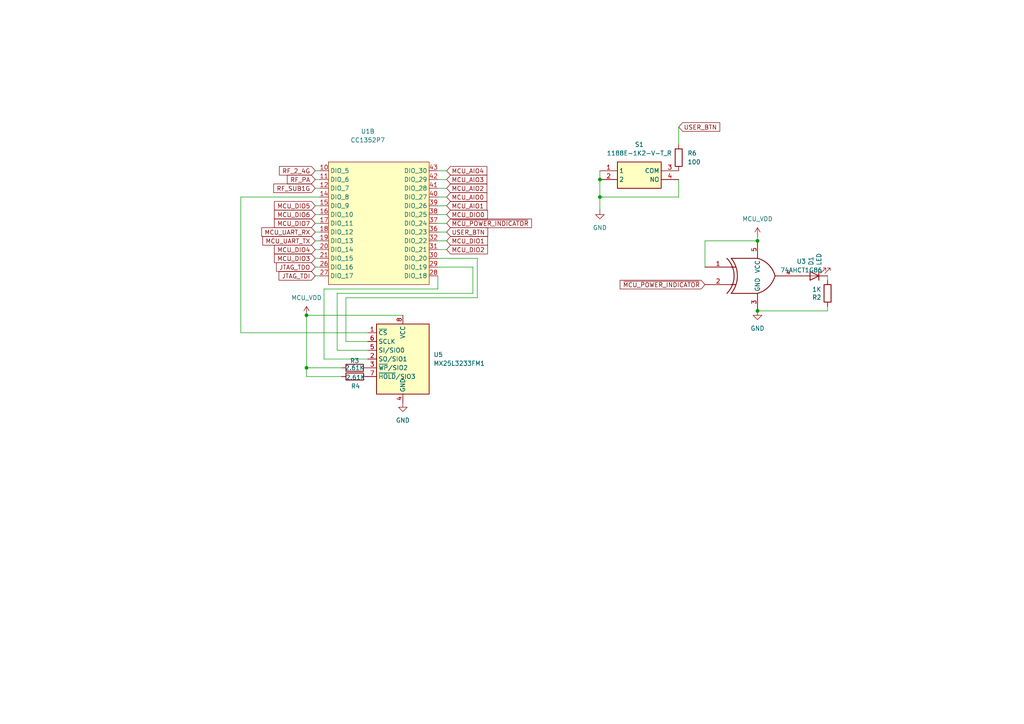
<source format=kicad_sch>
(kicad_sch (version 20231120) (generator "eeschema") (generator_version "8.0")
  (paper "A4")
  (lib_symbols
    (symbol "1188E-1K2-V-T_R:1188E-1K2-V-T_R"
      (property "Reference" "S" (at 19.05 7.62 0))
      (property "Value" "1188E-1K2-V-T_R" (at 19.05 5.08 0))
      (symbol "1188E-1K2-V-T_R_1_1"
        (rectangle (start 5.08 2.54) (end 17.78 -5.08) (stroke (width 0.254)) (fill (type background)))
        (pin passive line (at 0 0 0) (length 5.08) (name "1") (number "1"))
        (pin passive line (at 0 -2.54 0) (length 5.08) (name "2") (number "2"))
        (pin passive line (at 22.86 0 180) (length 5.08) (name "COM") (number "3"))
        (pin passive line (at 22.86 -2.54 180) (length 5.08) (name "NO") (number "4"))
      )
    )
    (symbol "74xGxx:74AHCT1G86"
      (property "Reference" "U" (at -2.54 3.81 0))
      (property "Value" "74AHCT1G86" (at 0 -3.81 0))
      (symbol "74AHCT1G86_0_1"
        (arc (start -8.89 -5.08) (mid -6.7858 0) (end -8.89 5.08) (stroke (width 0.254)))
        (arc (start -7.62 -5.08) (mid -5.838 0) (end -7.62 5.08) (stroke (width 0.254)))
        (arc (start 0 -5.08) (mid 3.1986 -3.2054) (end 5.08 0) (stroke (width 0.254)))
        (polyline (pts (xy -7.62 -2.54) (xy -6.35 -2.54)) (stroke (width 0.254)) (fill (type background)))
        (polyline (pts (xy -7.62 2.54) (xy -6.35 2.54)) (stroke (width 0.254)) (fill (type background)))
        (polyline (pts (xy 0 -5.08) (xy -7.62 -5.08)) (stroke (width 0.254)) (fill (type background)))
        (polyline (pts (xy 0 5.08) (xy -7.62 5.08)) (stroke (width 0.254)) (fill (type background)))
        (arc (start 5.08 0) (mid 3.2238 3.2304) (end 0 5.08) (stroke (width 0.254)))
      )
      (symbol "74AHCT1G86_1_1"
        (pin input line (at -15.24 2.54 0) (length 7.62) (name "~") (number "1"))
        (pin input line (at -15.24 -2.54 0) (length 7.62) (name "~") (number "2"))
        (pin power_in line (at 0 -10.16 90) (length 5.08) (name "GND") (number "3"))
        (pin output line (at 12.7 0 180) (length 7.62) (name "~") (number "4"))
        (pin power_in line (at 0 10.16 270) (length 5.08) (name "VCC") (number "5"))
      )
    )
    (symbol "Device:LED" (pin_numbers hide) (pin_names (offset 1.016) hide)
      (property "Reference" "D" (at 0 2.54 0))
      (property "Value" "LED" (at 0 -2.54 0))
      (symbol "LED_0_1"
        (polyline (pts (xy -1.27 -1.27) (xy -1.27 1.27)) (stroke (width 0.254)))
        (polyline (pts (xy -1.27 0) (xy 1.27 0)))
        (polyline (pts (xy 1.27 -1.27) (xy 1.27 1.27) (xy -1.27 0) (xy 1.27 -1.27)) (stroke (width 0.254)))
        (polyline (pts (xy -3.048 -0.762) (xy -4.572 -2.286) (xy -3.81 -2.286) (xy -4.572 -2.286) (xy -4.572 -1.524)))
        (polyline (pts (xy -1.778 -0.762) (xy -3.302 -2.286) (xy -2.54 -2.286) (xy -3.302 -2.286) (xy -3.302 -1.524)))
      )
      (symbol "LED_1_1"
        (pin passive line (at -3.81 0 0) (length 2.54) (name "K") (number "1"))
        (pin passive line (at 3.81 0 180) (length 2.54) (name "A") (number "2"))
      )
    )
    (symbol "Device:R" (pin_numbers hide) (pin_names (offset 0))
      (property "Reference" "R" (at 2.032 0 90))
      (property "Value" "R" (at 0 0 90))
      (symbol "R_0_1"
        (rectangle (start -1.016 -2.54) (end 1.016 2.54) (stroke (width 0.254)))
      )
      (symbol "R_1_1"
        (pin passive line (at 0 3.81 270) (length 1.27) (name "~") (number "1"))
        (pin passive line (at 0 -3.81 90) (length 1.27) (name "~") (number "2"))
      )
    )
    (symbol "Memory_Flash:MX25L3233FM1"
      (property "Reference" "U" (at -6.35 11.43 0))
      (property "Value" "MX25L3233FM1" (at 10.16 11.43 0))
      (symbol "MX25L3233FM1_0_1"
        (rectangle (start -7.62 10.16) (end 7.62 -10.16) (stroke (width 0.254)) (fill (type background)))
      )
      (symbol "MX25L3233FM1_1_1"
        (pin input line (at -10.16 7.62 0) (length 2.54) (name "~{CS}") (number "1"))
        (pin bidirectional line (at -10.16 0 0) (length 2.54) (name "SO/SIO1") (number "2"))
        (pin bidirectional line (at -10.16 -2.54 0) (length 2.54) (name "~{WP}/SIO2") (number "3"))
        (pin power_in line (at 0 -12.7 90) (length 2.54) (name "GND") (number "4"))
        (pin bidirectional line (at -10.16 2.54 0) (length 2.54) (name "SI/SIO0") (number "5"))
        (pin input line (at -10.16 5.08 0) (length 2.54) (name "SCLK") (number "6"))
        (pin bidirectional line (at -10.16 -5.08 0) (length 2.54) (name "~{HOLD}/SIO3") (number "7"))
        (pin power_in line (at 0 12.7 270) (length 2.54) (name "VCC") (number "8"))
      )
    )
    (symbol "Pandora:CC1352P74T0RGZR"
      (property "Reference" "U" (at 0 0 0))
      (symbol "CC1352P74T0RGZR_1_1"
        (rectangle (start -17.78 15.24) (end 15.24 -25.4) (fill (type background)))
        (pin passive line (at -20.32 12.7 0) (length 2.54) (name "RF_P_2_4GHZ") (number "1"))
        (pin power_in line (at 17.78 -12.7 180) (length 2.54) (name "VDDS2") (number "13"))
        (pin passive line (at -20.32 10.16 0) (length 2.54) (name "RF_N_2_4GHZ") (number "2"))
        (pin power_in line (at 17.78 -15.24 180) (length 2.54) (name "VDDS3") (number "22"))
        (pin input line (at 17.78 -17.78 180) (length 2.54) (name "DECOUPL") (number "23"))
        (pin bidirectional line (at -20.32 -12.7 0) (length 2.54) (name "JTAG_TMSC") (number "24"))
        (pin output line (at -20.32 -15.24 0) (length 2.54) (name "JTAG_TCKC") (number "25"))
        (pin passive line (at -20.32 7.62 0) (length 2.54) (name "RF_P_SUB_1GHZ") (number "3"))
        (pin power_out line (at 17.78 -10.16 180) (length 2.54) (name "DCDC_SW") (number "33"))
        (pin power_in line (at 17.78 -7.62 180) (length 2.54) (name "VDDS_DCDC") (number "34"))
        (pin input inverted (at -20.32 -6.35 0) (length 2.54) (name "RESET_N") (number "35"))
        (pin passive line (at -20.32 5.08 0) (length 2.54) (name "RF_N_SUB_1GHZ") (number "4"))
        (pin power_in line (at 17.78 -5.08 180) (length 2.54) (name "VDDS") (number "44"))
        (pin power_in line (at 17.78 -2.54 180) (length 2.54) (name "VDDR") (number "45"))
        (pin passive line (at 17.78 5.08 180) (length 2.54) (name "X48M_N") (number "46"))
        (pin passive line (at 17.78 7.62 180) (length 2.54) (name "X48M_P") (number "47"))
        (pin power_in line (at 17.78 0 180) (length 2.54) (name "VDDR_RF") (number "48"))
        (pin no_connect line (at 17.78 -22.86 180) (length 2.54) (name "EGP") (number "49"))
        (pin passive line (at -20.32 2.54 0) (length 2.54) (name "TX_20DBM_P") (number "5"))
        (pin passive line (at -20.32 0 0) (length 2.54) (name "TX_20DBM_N") (number "6"))
        (pin passive line (at -20.32 -2.54 0) (length 2.54) (name "RX_TX") (number "7"))
        (pin passive line (at 17.78 12.7 180) (length 2.54) (name "X32K_Q1") (number "8"))
        (pin passive line (at 17.78 10.16 180) (length 2.54) (name "X32K_Q2") (number "9"))
      )
      (symbol "CC1352P74T0RGZR_2_1"
        (rectangle (start -12.7 10.16) (end 16.51 -25.4) (fill (type background)))
        (pin bidirectional line (at -15.24 7.62 0) (length 2.54) (name "DIO_5") (number "10"))
        (pin bidirectional line (at -15.24 5.08 0) (length 2.54) (name "DIO_6") (number "11"))
        (pin bidirectional line (at -15.24 2.54 0) (length 2.54) (name "DIO_7") (number "12"))
        (pin bidirectional line (at -15.24 0 0) (length 2.54) (name "DIO_8") (number "14"))
        (pin bidirectional line (at -15.24 -2.54 0) (length 2.54) (name "DIO_9") (number "15"))
        (pin bidirectional line (at -15.24 -5.08 0) (length 2.54) (name "DIO_10") (number "16"))
        (pin bidirectional line (at -15.24 -7.62 0) (length 2.54) (name "DIO_11") (number "17"))
        (pin bidirectional line (at -15.24 -10.16 0) (length 2.54) (name "DIO_12") (number "18"))
        (pin bidirectional line (at -15.24 -12.7 0) (length 2.54) (name "DIO_13") (number "19"))
        (pin bidirectional line (at -15.24 -15.24 0) (length 2.54) (name "DIO_14") (number "20"))
        (pin bidirectional line (at -15.24 -17.78 0) (length 2.54) (name "DIO_15") (number "21"))
        (pin bidirectional line (at -15.24 -20.32 0) (length 2.54) (name "DIO_16") (number "26"))
        (pin bidirectional line (at -15.24 -22.86 0) (length 2.54) (name "DIO_17") (number "27"))
        (pin bidirectional line (at 19.05 -22.86 180) (length 2.54) (name "DIO_18") (number "28"))
        (pin bidirectional line (at 19.05 -20.32 180) (length 2.54) (name "DIO_19") (number "29"))
        (pin bidirectional line (at 19.05 -17.78 180) (length 2.54) (name "DIO_20") (number "30"))
        (pin bidirectional line (at 19.05 -15.24 180) (length 2.54) (name "DIO_21") (number "31"))
        (pin bidirectional line (at 19.05 -12.7 180) (length 2.54) (name "DIO_22") (number "32"))
        (pin bidirectional line (at 19.05 -10.16 180) (length 2.54) (name "DIO_23") (number "36"))
        (pin bidirectional line (at 19.05 -7.62 180) (length 2.54) (name "DIO_24") (number "37"))
        (pin bidirectional line (at 19.05 -5.08 180) (length 2.54) (name "DIO_25") (number "38"))
        (pin bidirectional line (at 19.05 -2.54 180) (length 2.54) (name "DIO_26") (number "39"))
        (pin bidirectional line (at 19.05 0 180) (length 2.54) (name "DIO_27") (number "40"))
        (pin bidirectional line (at 19.05 2.54 180) (length 2.54) (name "DIO_28") (number "41"))
        (pin bidirectional line (at 19.05 5.08 180) (length 2.54) (name "DIO_29") (number "42"))
        (pin bidirectional line (at 19.05 7.62 180) (length 2.54) (name "DIO_30") (number "43"))
      )
    )
    (symbol "power:GND" (power) (pin_numbers hide) (pin_names (offset 0) hide)
      (property "Value" "GND" (at 0 -3.81 0))
      (symbol "GND_0_1"
        (polyline (pts (xy 0 0) (xy 0 -1.27) (xy 1.27 -1.27) (xy 0 -2.54) (xy -1.27 -1.27) (xy 0 -1.27)))
      )
      (symbol "GND_1_1"
        (pin power_in line (at 0 0 270) (length 0) (name "~") (number "1"))
      )
    )
    (symbol "power:VDD" (power) (pin_numbers hide) (pin_names (offset 0) hide)
      (property "Value" "VDD" (at 0 3.556 0))
      (symbol "VDD_0_1"
        (polyline (pts (xy -0.762 1.27) (xy 0 2.54)))
        (polyline (pts (xy 0 0) (xy 0 2.54)))
        (polyline (pts (xy 0 2.54) (xy 0.762 1.27)))
      )
      (symbol "VDD_1_1"
        (pin power_in line (at 0 0 90) (length 0) (name "~") (number "1"))
      )
    )
  )
  (junction (at 173.99 57.15))
  (junction (at 219.71 69.85))
  (junction (at 219.71 90.17))
  (junction (at 88.9 91.44))
  (junction (at 88.9 106.68))
  (junction (at 173.99 52.07))
  (wire (pts (xy 240.03 88.9) (xy 240.03 90.17)))
  (wire (pts (xy 100.33 86.36) (xy 138.43 86.36)))
  (wire (pts (xy 127 83.82) (xy 93.98 83.82)))
  (wire (pts (xy 204.47 69.85) (xy 219.71 69.85)))
  (wire (pts (xy 91.44 77.47) (xy 92.71 77.47)))
  (wire (pts (xy 173.99 57.15) (xy 173.99 60.96)))
  (wire (pts (xy 97.79 101.6) (xy 97.79 85.09)))
  (wire (pts (xy 219.71 68.58) (xy 219.71 69.85)))
  (wire (pts (xy 173.99 49.53) (xy 173.99 52.07)))
  (wire (pts (xy 91.44 59.69) (xy 92.71 59.69)))
  (wire (pts (xy 127 74.93) (xy 138.43 74.93)))
  (wire (pts (xy 88.9 106.68) (xy 99.06 106.68)))
  (wire (pts (xy 69.85 57.15) (xy 69.85 96.52)))
  (wire (pts (xy 116.84 91.44) (xy 88.9 91.44)))
  (wire (pts (xy 138.43 74.93) (xy 138.43 86.36)))
  (wire (pts (xy 91.44 54.61) (xy 92.71 54.61)))
  (wire (pts (xy 129.54 72.39) (xy 127 72.39)))
  (wire (pts (xy 196.85 52.07) (xy 196.85 57.15)))
  (wire (pts (xy 127 67.31) (xy 129.54 67.31)))
  (wire (pts (xy 204.47 69.85) (xy 204.47 77.47)))
  (wire (pts (xy 91.44 52.07) (xy 92.71 52.07)))
  (wire (pts (xy 127 80.01) (xy 127 83.82)))
  (wire (pts (xy 69.85 96.52) (xy 106.68 96.52)))
  (wire (pts (xy 240.03 81.28) (xy 240.03 80.01)))
  (wire (pts (xy 93.98 83.82) (xy 93.98 104.14)))
  (wire (pts (xy 127 52.07) (xy 129.54 52.07)))
  (wire (pts (xy 97.79 85.09) (xy 137.16 85.09)))
  (wire (pts (xy 137.16 85.09) (xy 137.16 77.47)))
  (wire (pts (xy 91.44 72.39) (xy 92.71 72.39)))
  (wire (pts (xy 137.16 77.47) (xy 127 77.47)))
  (wire (pts (xy 196.85 36.83) (xy 196.85 41.91)))
  (wire (pts (xy 91.44 64.77) (xy 92.71 64.77)))
  (wire (pts (xy 219.71 90.17) (xy 240.03 90.17)))
  (wire (pts (xy 93.98 104.14) (xy 106.68 104.14)))
  (wire (pts (xy 173.99 57.15) (xy 196.85 57.15)))
  (wire (pts (xy 127 59.69) (xy 129.54 59.69)))
  (wire (pts (xy 100.33 86.36) (xy 100.33 99.06)))
  (wire (pts (xy 88.9 106.68) (xy 88.9 109.22)))
  (wire (pts (xy 129.54 69.85) (xy 127 69.85)))
  (wire (pts (xy 91.44 74.93) (xy 92.71 74.93)))
  (wire (pts (xy 92.71 80.01) (xy 91.44 80.01)))
  (wire (pts (xy 91.44 67.31) (xy 92.71 67.31)))
  (wire (pts (xy 127 62.23) (xy 129.54 62.23)))
  (wire (pts (xy 127 49.53) (xy 129.54 49.53)))
  (wire (pts (xy 91.44 62.23) (xy 92.71 62.23)))
  (wire (pts (xy 127 57.15) (xy 129.54 57.15)))
  (wire (pts (xy 99.06 109.22) (xy 88.9 109.22)))
  (wire (pts (xy 88.9 91.44) (xy 88.9 106.68)))
  (wire (pts (xy 127 64.77) (xy 129.54 64.77)))
  (wire (pts (xy 100.33 99.06) (xy 106.68 99.06)))
  (wire (pts (xy 91.44 69.85) (xy 92.71 69.85)))
  (wire (pts (xy 69.85 57.15) (xy 92.71 57.15)))
  (wire (pts (xy 91.44 49.53) (xy 92.71 49.53)))
  (wire (pts (xy 129.54 54.61) (xy 127 54.61)))
  (wire (pts (xy 173.99 52.07) (xy 173.99 57.15)))
  (wire (pts (xy 106.68 101.6) (xy 97.79 101.6)))
  (global_label "MCU_DIO2" (shape input) (at 129.54 72.39 0) (property "Intersheetrefs" "${INTERSHEET_REFS}" (effects (hide yes))))
  (global_label "MCU_UART_TX" (shape input) (at 91.44 69.85 180) (property "Intersheetrefs" "${INTERSHEET_REFS}" (effects (hide yes))))
  (global_label "MCU_DIO6" (shape input) (at 91.44 62.23 180) (property "Intersheetrefs" "${INTERSHEET_REFS}" (effects (hide yes))))
  (global_label "~{MCU_POWER_INDICATOR}" (shape input) (at 129.54 64.77 0) (property "Intersheetrefs" "${INTERSHEET_REFS}" (effects (hide yes))))
  (global_label "MCU_DIO0" (shape input) (at 129.54 62.23 0) (property "Intersheetrefs" "${INTERSHEET_REFS}" (effects (hide yes))))
  (global_label "MCU_AIO0" (shape input) (at 129.54 57.15 0) (property "Intersheetrefs" "${INTERSHEET_REFS}" (effects (hide yes))))
  (global_label "MCU_DIO4" (shape input) (at 91.44 72.39 180) (property "Intersheetrefs" "${INTERSHEET_REFS}" (effects (hide yes))))
  (global_label "JTAG_TDI" (shape input) (at 91.44 80.01 180) (property "Intersheetrefs" "${INTERSHEET_REFS}" (effects (hide yes))))
  (global_label "MCU_DIO1" (shape input) (at 129.54 69.85 0) (property "Intersheetrefs" "${INTERSHEET_REFS}" (effects (hide yes))))
  (global_label "RF_2_4G" (shape input) (at 91.44 49.53 180) (property "Intersheetrefs" "${INTERSHEET_REFS}" (effects (hide yes))))
  (global_label "USER_BTN" (shape input) (at 129.54 67.31 0) (property "Intersheetrefs" "${INTERSHEET_REFS}" (effects (hide yes))))
  (global_label "~{MCU_POWER_INDICATOR}" (shape input) (at 204.47 82.55 180) (property "Intersheetrefs" "${INTERSHEET_REFS}" (effects (hide yes))))
  (global_label "MCU_AIO2" (shape input) (at 129.54 54.61 0) (property "Intersheetrefs" "${INTERSHEET_REFS}" (effects (hide yes))))
  (global_label "MCU_DIO3" (shape input) (at 91.44 74.93 180) (property "Intersheetrefs" "${INTERSHEET_REFS}" (effects (hide yes))))
  (global_label "MCU_UART_RX" (shape input) (at 91.44 67.31 180) (property "Intersheetrefs" "${INTERSHEET_REFS}" (effects (hide yes))))
  (global_label "RF_SUB1G" (shape input) (at 91.44 54.61 180) (property "Intersheetrefs" "${INTERSHEET_REFS}" (effects (hide yes))))
  (global_label "RF_PA" (shape input) (at 91.44 52.07 180) (property "Intersheetrefs" "${INTERSHEET_REFS}" (effects (hide yes))))
  (global_label "MCU_DIO5" (shape input) (at 91.44 59.69 180) (property "Intersheetrefs" "${INTERSHEET_REFS}" (effects (hide yes))))
  (global_label "MCU_AIO4" (shape input) (at 129.54 49.53 0) (property "Intersheetrefs" "${INTERSHEET_REFS}" (effects (hide yes))))
  (global_label "MCU_AIO3" (shape input) (at 129.54 52.07 0) (property "Intersheetrefs" "${INTERSHEET_REFS}" (effects (hide yes))))
  (global_label "MCU_DIO7" (shape input) (at 91.44 64.77 180) (property "Intersheetrefs" "${INTERSHEET_REFS}" (effects (hide yes))))
  (global_label "JTAG_TDO" (shape input) (at 91.44 77.47 180) (property "Intersheetrefs" "${INTERSHEET_REFS}" (effects (hide yes))))
  (global_label "USER_BTN" (shape input) (at 196.85 36.83 0) (property "Intersheetrefs" "${INTERSHEET_REFS}" (effects (hide yes))))
  (global_label "MCU_AIO1" (shape input) (at 129.54 59.69 0) (property "Intersheetrefs" "${INTERSHEET_REFS}" (effects (hide yes))))
  (symbol (lib_id "74xGxx:74AHCT1G86") (at 219.71 80.01 0) (unit 1)
    (property "Reference" "U3" (at 232.41 75.8191 0))
    (property "Value" "74AHCT1G86" (at 232.41 78.3591 0))
    (property "Footprint" "Package_TO_SOT_SMD:SOT-23-5" (effects (hide yes)))
    (property "Datasheet" "http://www.ti.com/lit/sg/scyt129e/scyt129e.pdf" (effects (hide yes)))
    (property "Description" "Single XOR Gate, Low-Voltage CMOS" (effects (hide yes)))
    (property "Vendor1" "TEXAS INSTRUMENTS" (effects (hide yes)))
    (property "MPN1" "SN74AHCT1G86DBVT" (effects (hide yes)))
  )
  (symbol (lib_id "1188E-1K2-V-T_R:1188E-1K2-V-T_R") (at 173.99 49.53 0) (unit 1)
    (property "Reference" "S1" (at 185.42 41.91 0))
    (property "Value" "1188E-1K2-V-T_R" (at 185.42 44.45 0))
    (property "Footprint" "KiCad:1188E1K2VTR" (effects (hide yes)))
    (property "Datasheet" "http://www.dip.com.tw/en/en-product-information/en-switch004/item/2445-1188?highlight=WzExODhd" (effects (hide yes)))
    (property "Description" "Tactile Switches Side Push Type 3.5*7, Contact Rating 50mA, 12VDC" (effects (hide yes)))
    (property "Height" "3.5" (effects (hide yes)))
    (property "Mouser Part Number" "113-1188E1K2VTR" (effects (hide yes)))
    (property "Mouser Price/Stock" "https://www.mouser.co.uk/ProductDetail/Diptronics/1188E-1K2-V-T-R?qs=MLItCLRbWswadUUxegNFmg%3D%3D" (effects (hide yes)))
    (property "Manufacturer_Name" "Diptronics" (effects (hide yes)))
    (property "Manufacturer_Part_Number" "1188E-1K2-V-T/R" (effects (hide yes)))
  )
  (symbol (lib_id "power:VDD") (at 88.9 91.44 0) (unit 1)
    (property "Reference" "#PWR030" (effects (hide yes)))
    (property "Value" "MCU_VDD" (at 88.9 86.36 0))
    (property "Description" "Power symbol creates a global label with name \"VDD\"" (effects (hide yes)))
  )
  (symbol (lib_id "Device:R") (at 102.87 109.22 90) (unit 1)
    (property "Reference" "R4" (at 103.124 112.014 90))
    (property "Value" "2.61K" (at 103.124 109.474 90))
    (property "Footprint" "Resistor_SMD:R_0201_0603Metric" (effects (hide yes)))
    (property "Description" "Resistor" (effects (hide yes)))
  )
  (symbol (lib_id "power:GND") (at 219.71 90.17 0) (unit 1)
    (property "Reference" "#PWR028" (effects (hide yes)))
    (property "Value" "GND" (at 219.71 95.25 0))
    (property "Description" "Power symbol creates a global label with name \"GND\" , ground" (effects (hide yes)))
  )
  (symbol (lib_id "Memory_Flash:MX25L3233FM1") (at 116.84 104.14 0) (unit 1)
    (property "Reference" "U5" (at 125.73 102.8699 0) (effects (justify left)))
    (property "Value" "MX25L3233FM1" (at 125.73 105.4099 0) (effects (justify left)))
    (property "Footprint" "Package_SO:SOP-8_3.9x4.9mm_P1.27mm" (effects (hide yes)))
    (property "Datasheet" "https://www.macronix.com/Lists/Datasheet/Attachments/8377/MX25L3233F,%203V,%2032Mb,%20v1.1.pdf" (effects (hide yes)))
    (property "Description" "32-Mbit, 3V (2.65V-3.6V) SPI Serial Flash Memory, SOP-8 (150mil)" (effects (hide yes)))
    (property "MPN1" "MX25L3233FM1I-08G" (effects (hide yes)))
    (property "Vendor1" "Macronix" (effects (hide yes)))
  )
  (symbol (lib_id "power:GND") (at 173.99 60.96 0) (unit 1)
    (property "Reference" "#PWR023" (effects (hide yes)))
    (property "Value" "GND" (at 173.99 66.04 0))
    (property "Description" "Power symbol creates a global label with name \"GND\" , ground" (effects (hide yes)))
  )
  (symbol (lib_id "power:GND") (at 116.84 116.84 0) (unit 1)
    (property "Reference" "#PWR031" (effects (hide yes)))
    (property "Value" "GND" (at 116.84 121.92 0))
    (property "Description" "Power symbol creates a global label with name \"GND\" , ground" (effects (hide yes)))
  )
  (symbol (lib_id "Device:R") (at 102.87 106.68 90) (unit 1)
    (property "Reference" "R3" (at 102.87 104.648 90))
    (property "Value" "2.61K" (at 102.87 106.68 90))
    (property "Footprint" "Resistor_SMD:R_0201_0603Metric" (effects (hide yes)))
    (property "Description" "Resistor" (effects (hide yes)))
  )
  (symbol (lib_id "Device:R") (at 196.85 45.72 0) (unit 1)
    (property "Reference" "R6" (at 199.39 44.4499 0) (effects (justify left)))
    (property "Value" "100" (at 199.39 46.9899 0) (effects (justify left)))
    (property "Footprint" "Resistor_SMD:R_0402_1005Metric" (effects (hide yes)))
    (property "Description" "Resistor" (effects (hide yes)))
  )
  (symbol (lib_id "Device:R") (at 240.03 85.09 180) (unit 1)
    (property "Reference" "R2" (at 238.252 86.2584 0) (effects (justify left)))
    (property "Value" "1K" (at 238.252 83.947 0) (effects (justify left)))
    (property "Footprint" "Resistor_SMD:R_0402_1005Metric" (effects (hide yes)))
    (property "Description" "Resistor" (effects (hide yes)))
    (property "Link1" "https://www.digikey.com/product-detail/en/yageo/RC0402JR-071KL/311-1.0KJRCT-ND/729355" (effects (hide yes)))
    (property "MPN1" "RC0402JR-071KL" (effects (hide yes)))
    (property "Standard Price" "$0.00139" (effects (hide yes)))
    (property "Vendor1" "Yageo" (effects (hide yes)))
    (property "Short Description" "RES SMD 1K OHM 5% 1/16W 0402" (effects (hide yes)))
    (property "Seeed PN" "301010006" (effects (hide yes)))
    (property "MPN2" "RC0402JR-071KL" (effects (hide yes)))
    (property "Seeed Description" "SMD RES 1K-5%-1/16W;0402" (effects (hide yes)))
    (property "Vendor2" "YAGEO" (effects (hide yes)))
  )
  (symbol (lib_id "Device:LED") (at 236.22 80.01 180) (unit 1)
    (property "Reference" "D1" (at 235.2294 77.0382 90) (effects (justify right)))
    (property "Value" "LED" (at 237.5408 77.0382 90) (effects (justify right)))
    (property "Footprint" "LED_SMD:LED_0402_1005Metric" (effects (hide yes)))
    (property "Description" "Light emitting diode" (effects (hide yes)))
    (property "Link1" "https://www.digikey.com/product-detail/en/rohm-semiconductor/SML-D12U1WT86/SML-D12U1WT86TR-ND/5843853" (effects (hide yes)))
    (property "MPN1" " LT QH9G-Q2OO-25-2Z4Y-5-R18 " (effects (hide yes)))
    (property "Standard Price" "$0.03565" (effects (hide yes)))
    (property "Vendor1" "Rohm Semiconductor" (effects (hide yes)))
    (property "Short Description" "LED RED DIFFUSED 1608 SMD" (effects (hide yes)))
    (property "Seeed PN" "304090122" (effects (hide yes)))
    (property "MPN2" "BL-HUB37A-AV-TRB" (effects (hide yes)))
    (property "Seeed Description" "SMD LED Clear-Red;0402" (effects (hide yes)))
    (property "Vendor2" "Bright" (effects (hide yes)))
  )
  (symbol (lib_id "power:VDD") (at 219.71 68.58 0) (unit 1)
    (property "Reference" "#PWR026" (effects (hide yes)))
    (property "Value" "MCU_VDD" (at 219.71 63.5 0))
    (property "Description" "Power symbol creates a global label with name \"VDD\"" (effects (hide yes)))
  )
  (symbol (lib_id "Pandora:CC1352P74T0RGZR") (at 107.95 57.15 0) (unit 2)
    (property "Reference" "U1" (at 106.68 38.1 0))
    (property "Value" "CC1352P7" (at 106.68 40.64 0))
    (property "Footprint" "Package_DFN_QFN:Texas_RGZ0048A_VQFN-48-1EP_7x7mm_P0.5mm_EP5.15x5.15mm_ThermalVias" (effects (hide yes)))
    (property "Vendor1" "TEXAS INSTRUMENTS" (effects (hide yes)))
    (property "MPN1" "CC1352P74T0RGZR" (effects (hide yes)))
  )
)
</source>
